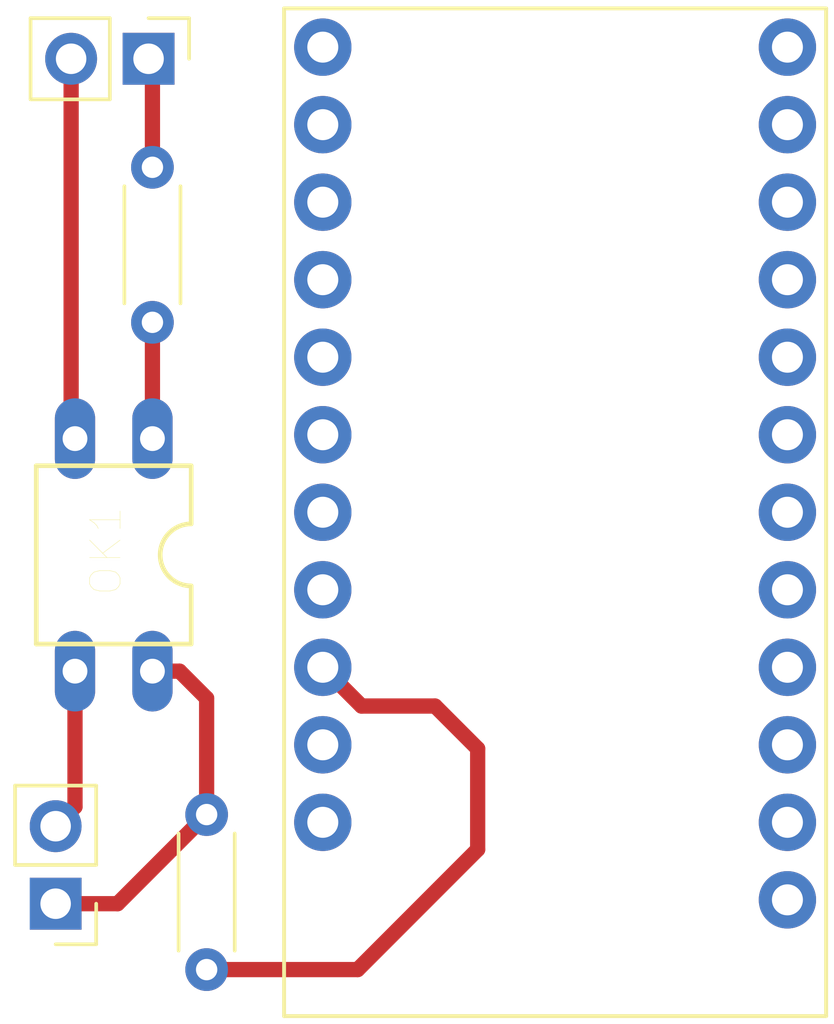
<source format=kicad_pcb>
(kicad_pcb (version 20171130) (host pcbnew "(5.1.9)-1")

  (general
    (thickness 1.6)
    (drawings 0)
    (tracks 18)
    (zones 0)
    (modules 6)
    (nets 39)
  )

  (page A4)
  (layers
    (0 F.Cu signal)
    (31 B.Cu signal)
    (32 B.Adhes user)
    (33 F.Adhes user hide)
    (34 B.Paste user)
    (35 F.Paste user)
    (36 B.SilkS user)
    (37 F.SilkS user)
    (38 B.Mask user)
    (39 F.Mask user hide)
    (40 Dwgs.User user)
    (41 Cmts.User user)
    (42 Eco1.User user)
    (43 Eco2.User user)
    (44 Edge.Cuts user)
    (45 Margin user)
    (46 B.CrtYd user)
    (47 F.CrtYd user)
    (48 B.Fab user)
    (49 F.Fab user hide)
  )

  (setup
    (last_trace_width 0.5)
    (user_trace_width 0.5)
    (trace_clearance 0.2)
    (zone_clearance 3)
    (zone_45_only no)
    (trace_min 0.2)
    (via_size 0.8)
    (via_drill 0.4)
    (via_min_size 0.4)
    (via_min_drill 0.3)
    (uvia_size 0.3)
    (uvia_drill 0.1)
    (uvias_allowed no)
    (uvia_min_size 0.2)
    (uvia_min_drill 0.1)
    (edge_width 0.05)
    (segment_width 0.2)
    (pcb_text_width 0.3)
    (pcb_text_size 1.5 1.5)
    (mod_edge_width 0.12)
    (mod_text_size 1 1)
    (mod_text_width 0.15)
    (pad_size 1.8796 1.8796)
    (pad_drill 0)
    (pad_to_mask_clearance 0)
    (aux_axis_origin 0 0)
    (visible_elements 7FFFEFFF)
    (pcbplotparams
      (layerselection 0x010fc_ffffffff)
      (usegerberextensions false)
      (usegerberattributes true)
      (usegerberadvancedattributes true)
      (creategerberjobfile true)
      (excludeedgelayer true)
      (linewidth 0.100000)
      (plotframeref false)
      (viasonmask false)
      (mode 1)
      (useauxorigin false)
      (hpglpennumber 1)
      (hpglpenspeed 20)
      (hpglpendiameter 15.000000)
      (psnegative false)
      (psa4output false)
      (plotreference true)
      (plotvalue true)
      (plotinvisibletext false)
      (padsonsilk false)
      (subtractmaskfromsilk false)
      (outputformat 1)
      (mirror false)
      (drillshape 1)
      (scaleselection 1)
      (outputdirectory ""))
  )

  (net 0 "")
  (net 1 "Net-(U1-PadJP7_12)")
  (net 2 "Net-(U1-PadJP7_11)")
  (net 3 "Net-(U1-PadJP7_10)")
  (net 4 "Net-(U1-PadJP7_8)")
  (net 5 "Net-(U1-PadJP7_7)")
  (net 6 "Net-(U1-PadJP7_6)")
  (net 7 "Net-(U1-PadJP6_8)")
  (net 8 "Net-(U1-PadJP6_7)")
  (net 9 "Net-(U1-PadJP6_6)")
  (net 10 "Net-(U1-PadJP6_5)")
  (net 11 "Net-(U1-PadJP6_3)")
  (net 12 "Net-(U1-PadJP6_2)")
  (net 13 "Net-(U1-PadJP6_1)")
  (net 14 "Net-(U1-PadJP3_1)")
  (net 15 "Net-(U1-PadJP3_2)")
  (net 16 "Net-(U1-PadJP2_2)")
  (net 17 "Net-(U1-PadJP2_1)")
  (net 18 "Net-(U1-PadJP1_5)")
  (net 19 "Net-(U1-PadJP1_3)")
  (net 20 "Net-(U1-PadJP1_2)")
  (net 21 "Net-(U1-PadJP1_1)")
  (net 22 "Net-(J1-Pad1)")
  (net 23 "Net-(J1-Pad2)")
  (net 24 /infoTIC_GND)
  (net 25 /infoTIC_TX)
  (net 26 "Net-(OK1-Pad1)")
  (net 27 +3V3)
  (net 28 GNDREF)
  (net 29 /RST)
  (net 30 /DIO2)
  (net 31 /DIO0)
  (net 32 /DIO1)
  (net 33 /SS)
  (net 34 /MOSI)
  (net 35 /MISO)
  (net 36 /SCK)
  (net 37 "Net-(U1-PadJP1_4)")
  (net 38 "Net-(U1-PadJP7_5)")

  (net_class Default "This is the default net class."
    (clearance 0.2)
    (trace_width 0.25)
    (via_dia 0.8)
    (via_drill 0.4)
    (uvia_dia 0.3)
    (uvia_drill 0.1)
    (add_net +3V3)
    (add_net /DIO0)
    (add_net /DIO1)
    (add_net /DIO2)
    (add_net /MISO)
    (add_net /MOSI)
    (add_net /RST)
    (add_net /SCK)
    (add_net /SS)
    (add_net /infoTIC_GND)
    (add_net /infoTIC_TX)
    (add_net GNDREF)
    (add_net "Net-(J1-Pad1)")
    (add_net "Net-(J1-Pad2)")
    (add_net "Net-(OK1-Pad1)")
    (add_net "Net-(U1-PadJP1_1)")
    (add_net "Net-(U1-PadJP1_2)")
    (add_net "Net-(U1-PadJP1_3)")
    (add_net "Net-(U1-PadJP1_4)")
    (add_net "Net-(U1-PadJP1_5)")
    (add_net "Net-(U1-PadJP2_1)")
    (add_net "Net-(U1-PadJP2_2)")
    (add_net "Net-(U1-PadJP3_1)")
    (add_net "Net-(U1-PadJP3_2)")
    (add_net "Net-(U1-PadJP6_1)")
    (add_net "Net-(U1-PadJP6_2)")
    (add_net "Net-(U1-PadJP6_3)")
    (add_net "Net-(U1-PadJP6_5)")
    (add_net "Net-(U1-PadJP6_6)")
    (add_net "Net-(U1-PadJP6_7)")
    (add_net "Net-(U1-PadJP6_8)")
    (add_net "Net-(U1-PadJP7_10)")
    (add_net "Net-(U1-PadJP7_11)")
    (add_net "Net-(U1-PadJP7_12)")
    (add_net "Net-(U1-PadJP7_5)")
    (add_net "Net-(U1-PadJP7_6)")
    (add_net "Net-(U1-PadJP7_7)")
    (add_net "Net-(U1-PadJP7_8)")
  )

  (module ARDUINO_PRO_MINI:MODULE_ARDUINO_PRO_MINI (layer F.Cu) (tedit 6023A6FC) (tstamp 6023573C)
    (at 152.781 91.948 180)
    (path /6024145F)
    (fp_text reference U1 (at -5.825 -17.635) (layer F.SilkS) hide
      (effects (font (size 1 1) (thickness 0.015)))
    )
    (fp_text value PRO_MINI (at 5.605 17.865) (layer F.Fab)
      (effects (font (size 1 1) (thickness 0.015)))
    )
    (fp_line (start -8.89 -16.51) (end -8.89 16.51) (layer F.SilkS) (width 0.127))
    (fp_line (start -8.89 16.51) (end 8.89 16.51) (layer F.SilkS) (width 0.127))
    (fp_line (start 8.89 16.51) (end 8.89 -16.51) (layer F.SilkS) (width 0.127))
    (fp_line (start 8.89 -16.51) (end -8.89 -16.51) (layer F.SilkS) (width 0.127))
    (fp_line (start -8.89 -16.51) (end -8.89 16.51) (layer F.Fab) (width 0.127))
    (fp_line (start -8.89 16.51) (end 8.89 16.51) (layer F.Fab) (width 0.127))
    (fp_line (start 8.89 16.51) (end 8.89 -16.51) (layer F.Fab) (width 0.127))
    (fp_line (start 8.89 -16.51) (end -8.89 -16.51) (layer F.Fab) (width 0.127))
    (fp_line (start -9.14 -16.76) (end 9.14 -16.76) (layer F.CrtYd) (width 0.05))
    (fp_line (start 9.14 -16.76) (end 9.14 16.76) (layer F.CrtYd) (width 0.05))
    (fp_line (start 9.14 16.76) (end -9.14 16.76) (layer F.CrtYd) (width 0.05))
    (fp_line (start -9.14 16.76) (end -9.14 -16.76) (layer F.CrtYd) (width 0.05))
    (pad JP1_1 connect circle (at 6.35 -15.24 180) (size 1.8796 1.8796) (layers F.Mask)
      (net 21 "Net-(U1-PadJP1_1)"))
    (pad JP1_2 connect circle (at 3.81 -15.24 180) (size 1.8796 1.8796) (layers F.Mask)
      (net 20 "Net-(U1-PadJP1_2)"))
    (pad JP1_3 connect circle (at 1.27 -15.24 180) (size 1.8796 1.8796) (layers F.Mask)
      (net 19 "Net-(U1-PadJP1_3)"))
    (pad JP1_4 connect circle (at -1.27 -15.24 180) (size 1.8796 1.8796) (layers F.Mask)
      (net 37 "Net-(U1-PadJP1_4)"))
    (pad JP1_5 connect circle (at -3.81 -15.24 180) (size 1.8796 1.8796) (layers F.Mask)
      (net 18 "Net-(U1-PadJP1_5)"))
    (pad JP1_6 connect circle (at -6.35 -15.24 180) (size 1.8796 1.8796) (layers F.Mask)
      (net 18 "Net-(U1-PadJP1_5)"))
    (pad JP2_1 connect circle (at 4.699 -1.397 180) (size 1.8796 1.8796) (layers F.Mask)
      (net 17 "Net-(U1-PadJP2_1)"))
    (pad JP2_2 connect circle (at 4.699 -3.937 180) (size 1.8796 1.8796) (layers F.Mask)
      (net 16 "Net-(U1-PadJP2_2)"))
    (pad JP3_2 connect circle (at 4.699 6.477 180) (size 1.8796 1.8796) (layers F.Mask)
      (net 15 "Net-(U1-PadJP3_2)"))
    (pad JP3_1 connect circle (at 4.699 -9.017 180) (size 1.8796 1.8796) (layers F.Mask)
      (net 14 "Net-(U1-PadJP3_1)"))
    (pad JP6_1 connect circle (at 7.62 -12.7 180) (size 1.8796 1.8796) (layers F.Mask)
      (net 13 "Net-(U1-PadJP6_1)"))
    (pad JP6_2 thru_hole circle (at 7.62 -10.16 180) (size 1.8796 1.8796) (drill 1.016) (layers *.Cu *.Mask)
      (net 12 "Net-(U1-PadJP6_2)"))
    (pad JP6_3 thru_hole circle (at 7.62 -7.62 180) (size 1.8796 1.8796) (drill 1.016) (layers *.Cu *.Mask)
      (net 11 "Net-(U1-PadJP6_3)"))
    (pad JP6_4 thru_hole circle (at 7.62 -5.08 180) (size 1.8796 1.8796) (drill 1.016) (layers *.Cu *.Mask)
      (net 27 +3V3))
    (pad JP6_5 thru_hole circle (at 7.62 -2.54 180) (size 1.8796 1.8796) (drill 1.016) (layers *.Cu *.Mask)
      (net 10 "Net-(U1-PadJP6_5)"))
    (pad JP6_6 thru_hole circle (at 7.62 0 180) (size 1.8796 1.8796) (drill 1.016) (layers *.Cu *.Mask)
      (net 9 "Net-(U1-PadJP6_6)"))
    (pad JP6_7 thru_hole circle (at 7.62 2.54 180) (size 1.8796 1.8796) (drill 1.016) (layers *.Cu *.Mask)
      (net 8 "Net-(U1-PadJP6_7)"))
    (pad JP6_8 thru_hole circle (at 7.62 5.08 180) (size 1.8796 1.8796) (drill 1.016) (layers *.Cu *.Mask)
      (net 7 "Net-(U1-PadJP6_8)"))
    (pad JP6_9 thru_hole circle (at 7.62 7.62 180) (size 1.8796 1.8796) (drill 1.016) (layers *.Cu *.Mask)
      (net 36 /SCK))
    (pad JP6_10 thru_hole circle (at 7.62 10.16 180) (size 1.8796 1.8796) (drill 1.016) (layers *.Cu *.Mask)
      (net 35 /MISO))
    (pad JP6_11 thru_hole circle (at 7.62 12.7 180) (size 1.8796 1.8796) (drill 1.016) (layers *.Cu *.Mask)
      (net 34 /MOSI))
    (pad JP6_12 thru_hole circle (at 7.62 15.24 180) (size 1.8796 1.8796) (drill 1.016) (layers *.Cu *.Mask)
      (net 33 /SS))
    (pad JP7_1 thru_hole circle (at -7.62 15.24 180) (size 1.8796 1.8796) (drill 1.016) (layers *.Cu *.Mask)
      (net 30 /DIO2))
    (pad JP7_2 thru_hole circle (at -7.62 12.7 180) (size 1.8796 1.8796) (drill 1.016) (layers *.Cu *.Mask)
      (net 32 /DIO1))
    (pad JP7_3 thru_hole circle (at -7.62 10.16 180) (size 1.8796 1.8796) (drill 1.016) (layers *.Cu *.Mask)
      (net 31 /DIO0))
    (pad JP7_4 thru_hole circle (at -7.62 7.62 180) (size 1.8796 1.8796) (drill 1.016) (layers *.Cu *.Mask)
      (net 29 /RST))
    (pad JP7_5 thru_hole circle (at -7.62 5.08 180) (size 1.8796 1.8796) (drill 1.016) (layers *.Cu *.Mask)
      (net 38 "Net-(U1-PadJP7_5)"))
    (pad JP7_6 thru_hole circle (at -7.62 2.54 180) (size 1.8796 1.8796) (drill 1.016) (layers *.Cu *.Mask)
      (net 6 "Net-(U1-PadJP7_6)"))
    (pad JP7_7 thru_hole circle (at -7.62 0 180) (size 1.8796 1.8796) (drill 1.016) (layers *.Cu *.Mask)
      (net 5 "Net-(U1-PadJP7_7)"))
    (pad JP7_8 thru_hole circle (at -7.62 -2.54 180) (size 1.8796 1.8796) (drill 1.016) (layers *.Cu *.Mask)
      (net 4 "Net-(U1-PadJP7_8)"))
    (pad JP7_9 thru_hole circle (at -7.62 -5.08 180) (size 1.8796 1.8796) (drill 1.016) (layers *.Cu *.Mask)
      (net 28 GNDREF))
    (pad JP7_10 thru_hole circle (at -7.62 -7.62 180) (size 1.8796 1.8796) (drill 1.016) (layers *.Cu *.Mask)
      (net 3 "Net-(U1-PadJP7_10)"))
    (pad JP7_11 thru_hole circle (at -7.62 -10.16 180) (size 1.8796 1.8796) (drill 1.016) (layers *.Cu *.Mask)
      (net 2 "Net-(U1-PadJP7_11)"))
    (pad JP7_12 thru_hole circle (at -7.62 -12.7 180) (size 1.8796 1.8796) (drill 1.016) (layers *.Cu *.Mask)
      (net 1 "Net-(U1-PadJP7_12)"))
  )

  (module Connector_PinHeader_2.54mm:PinHeader_1x02_P2.54mm_Vertical (layer F.Cu) (tedit 59FED5CC) (tstamp 6022FFFD)
    (at 139.446 77.089 270)
    (descr "Through hole straight pin header, 1x02, 2.54mm pitch, single row")
    (tags "Through hole pin header THT 1x02 2.54mm single row")
    (path /6023383F)
    (fp_text reference J1 (at 0 -2.33 90) (layer F.SilkS) hide
      (effects (font (size 1 1) (thickness 0.15)))
    )
    (fp_text value " " (at 0 4.87 90) (layer F.Fab)
      (effects (font (size 1 1) (thickness 0.15)))
    )
    (fp_line (start 1.8 -1.8) (end -1.8 -1.8) (layer F.CrtYd) (width 0.05))
    (fp_line (start 1.8 4.35) (end 1.8 -1.8) (layer F.CrtYd) (width 0.05))
    (fp_line (start -1.8 4.35) (end 1.8 4.35) (layer F.CrtYd) (width 0.05))
    (fp_line (start -1.8 -1.8) (end -1.8 4.35) (layer F.CrtYd) (width 0.05))
    (fp_line (start -1.33 -1.33) (end 0 -1.33) (layer F.SilkS) (width 0.12))
    (fp_line (start -1.33 0) (end -1.33 -1.33) (layer F.SilkS) (width 0.12))
    (fp_line (start -1.33 1.27) (end 1.33 1.27) (layer F.SilkS) (width 0.12))
    (fp_line (start 1.33 1.27) (end 1.33 3.87) (layer F.SilkS) (width 0.12))
    (fp_line (start -1.33 1.27) (end -1.33 3.87) (layer F.SilkS) (width 0.12))
    (fp_line (start -1.33 3.87) (end 1.33 3.87) (layer F.SilkS) (width 0.12))
    (fp_line (start -1.27 -0.635) (end -0.635 -1.27) (layer F.Fab) (width 0.1))
    (fp_line (start -1.27 3.81) (end -1.27 -0.635) (layer F.Fab) (width 0.1))
    (fp_line (start 1.27 3.81) (end -1.27 3.81) (layer F.Fab) (width 0.1))
    (fp_line (start 1.27 -1.27) (end 1.27 3.81) (layer F.Fab) (width 0.1))
    (fp_line (start -0.635 -1.27) (end 1.27 -1.27) (layer F.Fab) (width 0.1))
    (fp_text user %R (at 0 1.27) (layer F.Fab)
      (effects (font (size 1 1) (thickness 0.15)))
    )
    (pad 1 thru_hole rect (at 0 0 270) (size 1.7 1.7) (drill 1) (layers *.Cu *.Mask)
      (net 22 "Net-(J1-Pad1)"))
    (pad 2 thru_hole oval (at 0 2.54 270) (size 1.7 1.7) (drill 1) (layers *.Cu *.Mask)
      (net 23 "Net-(J1-Pad2)"))
    (model ${KISYS3DMOD}/Connector_PinHeader_2.54mm.3dshapes/PinHeader_1x02_P2.54mm_Vertical.wrl
      (at (xyz 0 0 0))
      (scale (xyz 1 1 1))
      (rotate (xyz 0 0 0))
    )
  )

  (module Connector_PinHeader_2.54mm:PinHeader_1x02_P2.54mm_Vertical (layer F.Cu) (tedit 59FED5CC) (tstamp 60230D0B)
    (at 136.398 104.775 180)
    (descr "Through hole straight pin header, 1x02, 2.54mm pitch, single row")
    (tags "Through hole pin header THT 1x02 2.54mm single row")
    (path /6023D362)
    (fp_text reference J2 (at 0 -2.33) (layer F.SilkS) hide
      (effects (font (size 1 1) (thickness 0.15)))
    )
    (fp_text value " " (at 0 4.87) (layer F.Fab)
      (effects (font (size 1 1) (thickness 0.15)))
    )
    (fp_line (start -0.635 -1.27) (end 1.27 -1.27) (layer F.Fab) (width 0.1))
    (fp_line (start 1.27 -1.27) (end 1.27 3.81) (layer F.Fab) (width 0.1))
    (fp_line (start 1.27 3.81) (end -1.27 3.81) (layer F.Fab) (width 0.1))
    (fp_line (start -1.27 3.81) (end -1.27 -0.635) (layer F.Fab) (width 0.1))
    (fp_line (start -1.27 -0.635) (end -0.635 -1.27) (layer F.Fab) (width 0.1))
    (fp_line (start -1.33 3.87) (end 1.33 3.87) (layer F.SilkS) (width 0.12))
    (fp_line (start -1.33 1.27) (end -1.33 3.87) (layer F.SilkS) (width 0.12))
    (fp_line (start 1.33 1.27) (end 1.33 3.87) (layer F.SilkS) (width 0.12))
    (fp_line (start -1.33 1.27) (end 1.33 1.27) (layer F.SilkS) (width 0.12))
    (fp_line (start -1.33 0) (end -1.33 -1.33) (layer F.SilkS) (width 0.12))
    (fp_line (start -1.33 -1.33) (end 0 -1.33) (layer F.SilkS) (width 0.12))
    (fp_line (start -1.8 -1.8) (end -1.8 4.35) (layer F.CrtYd) (width 0.05))
    (fp_line (start -1.8 4.35) (end 1.8 4.35) (layer F.CrtYd) (width 0.05))
    (fp_line (start 1.8 4.35) (end 1.8 -1.8) (layer F.CrtYd) (width 0.05))
    (fp_line (start 1.8 -1.8) (end -1.8 -1.8) (layer F.CrtYd) (width 0.05))
    (fp_text user %R (at 0 1.27 90) (layer F.Fab)
      (effects (font (size 1 1) (thickness 0.15)))
    )
    (pad 2 thru_hole oval (at 0 2.54 180) (size 1.7 1.7) (drill 1) (layers *.Cu *.Mask)
      (net 24 /infoTIC_GND))
    (pad 1 thru_hole rect (at 0 0 180) (size 1.7 1.7) (drill 1) (layers *.Cu *.Mask)
      (net 25 /infoTIC_TX))
    (model ${KISYS3DMOD}/Connector_PinHeader_2.54mm.3dshapes/PinHeader_1x02_P2.54mm_Vertical.wrl
      (at (xyz 0 0 0))
      (scale (xyz 1 1 1))
      (rotate (xyz 0 0 0))
    )
  )

  (module PC814:DIL04 (layer F.Cu) (tedit 60227CC4) (tstamp 60230021)
    (at 138.303 93.345 180)
    (descr "<b>Dual In Line Package</b>")
    (path /602580C8)
    (fp_text reference OK1 (at 0.254 0.127 90) (layer F.SilkS)
      (effects (font (size 1.000126 1.000126) (thickness 0.015)))
    )
    (fp_text value PC814 (at 0 -0.127 90) (layer F.Fab)
      (effects (font (size 1.00111 1.00111) (thickness 0.015)))
    )
    (fp_line (start -2.54 2.921) (end -2.54 1.016) (layer F.SilkS) (width 0.1524))
    (fp_line (start -2.54 -2.921) (end -2.54 -1.016) (layer F.SilkS) (width 0.1524))
    (fp_line (start 2.54 -2.921) (end 2.54 2.921) (layer F.SilkS) (width 0.1524))
    (fp_line (start -2.54 2.921) (end 2.54 2.921) (layer F.SilkS) (width 0.1524))
    (fp_line (start 2.54 -2.921) (end -2.54 -2.921) (layer F.SilkS) (width 0.1524))
    (fp_arc (start -2.54 0) (end -2.54 1.016) (angle -180) (layer F.SilkS) (width 0.1524))
    (pad 1 thru_hole oval (at -1.27 3.81 180) (size 1.3208 2.6416) (drill 0.8128) (layers *.Cu *.Mask)
      (net 26 "Net-(OK1-Pad1)"))
    (pad 2 thru_hole oval (at 1.27 3.81 180) (size 1.3208 2.6416) (drill 0.8128) (layers *.Cu *.Mask)
      (net 23 "Net-(J1-Pad2)"))
    (pad 3 thru_hole oval (at 1.27 -3.81 180) (size 1.3208 2.6416) (drill 0.8128) (layers *.Cu *.Mask)
      (net 24 /infoTIC_GND))
    (pad 4 thru_hole oval (at -1.27 -3.81 180) (size 1.3208 2.6416) (drill 0.8128) (layers *.Cu *.Mask)
      (net 25 /infoTIC_TX))
  )

  (module Resistor_THT:R_Axial_DIN0204_L3.6mm_D1.6mm_P5.08mm_Horizontal (layer F.Cu) (tedit 5AE5139B) (tstamp 60232196)
    (at 139.573 85.725 90)
    (descr "Resistor, Axial_DIN0204 series, Axial, Horizontal, pin pitch=5.08mm, 0.167W, length*diameter=3.6*1.6mm^2, http://cdn-reichelt.de/documents/datenblatt/B400/1_4W%23YAG.pdf")
    (tags "Resistor Axial_DIN0204 series Axial Horizontal pin pitch 5.08mm 0.167W length 3.6mm diameter 1.6mm")
    (path /6022FEC0)
    (fp_text reference R1 (at 2.54 -1.92 90) (layer F.SilkS) hide
      (effects (font (size 1 1) (thickness 0.15)))
    )
    (fp_text value 1.2K (at 2.286 -2.921 90) (layer F.Fab)
      (effects (font (size 1 1) (thickness 0.15)))
    )
    (fp_line (start 0.74 -0.8) (end 0.74 0.8) (layer F.Fab) (width 0.1))
    (fp_line (start 0.74 0.8) (end 4.34 0.8) (layer F.Fab) (width 0.1))
    (fp_line (start 4.34 0.8) (end 4.34 -0.8) (layer F.Fab) (width 0.1))
    (fp_line (start 4.34 -0.8) (end 0.74 -0.8) (layer F.Fab) (width 0.1))
    (fp_line (start 0 0) (end 0.74 0) (layer F.Fab) (width 0.1))
    (fp_line (start 5.08 0) (end 4.34 0) (layer F.Fab) (width 0.1))
    (fp_line (start 0.62 -0.92) (end 4.46 -0.92) (layer F.SilkS) (width 0.12))
    (fp_line (start 0.62 0.92) (end 4.46 0.92) (layer F.SilkS) (width 0.12))
    (fp_line (start -0.95 -1.05) (end -0.95 1.05) (layer F.CrtYd) (width 0.05))
    (fp_line (start -0.95 1.05) (end 6.03 1.05) (layer F.CrtYd) (width 0.05))
    (fp_line (start 6.03 1.05) (end 6.03 -1.05) (layer F.CrtYd) (width 0.05))
    (fp_line (start 6.03 -1.05) (end -0.95 -1.05) (layer F.CrtYd) (width 0.05))
    (fp_text user %R (at 2.54 0 90) (layer F.Fab)
      (effects (font (size 0.72 0.72) (thickness 0.108)))
    )
    (pad 2 thru_hole oval (at 5.08 0 90) (size 1.4 1.4) (drill 0.7) (layers *.Cu *.Mask)
      (net 22 "Net-(J1-Pad1)"))
    (pad 1 thru_hole circle (at 0 0 90) (size 1.4 1.4) (drill 0.7) (layers *.Cu *.Mask)
      (net 26 "Net-(OK1-Pad1)"))
    (model ${KISYS3DMOD}/Resistor_THT.3dshapes/R_Axial_DIN0204_L3.6mm_D1.6mm_P5.08mm_Horizontal.wrl
      (at (xyz 0 0 0))
      (scale (xyz 1 1 1))
      (rotate (xyz 0 0 0))
    )
  )

  (module Resistor_THT:R_Axial_DIN0204_L3.6mm_D1.6mm_P5.08mm_Horizontal (layer F.Cu) (tedit 5AE5139B) (tstamp 60240AA0)
    (at 141.351 106.934 90)
    (descr "Resistor, Axial_DIN0204 series, Axial, Horizontal, pin pitch=5.08mm, 0.167W, length*diameter=3.6*1.6mm^2, http://cdn-reichelt.de/documents/datenblatt/B400/1_4W%23YAG.pdf")
    (tags "Resistor Axial_DIN0204 series Axial Horizontal pin pitch 5.08mm 0.167W length 3.6mm diameter 1.6mm")
    (path /60270919)
    (fp_text reference R3 (at 2.54 -0.127 90) (layer F.SilkS) hide
      (effects (font (size 1 1) (thickness 0.15)))
    )
    (fp_text value 3.3K (at 2.54 1.92 90) (layer F.Fab)
      (effects (font (size 1 1) (thickness 0.15)))
    )
    (fp_line (start 6.03 -1.05) (end -0.95 -1.05) (layer F.CrtYd) (width 0.05))
    (fp_line (start 6.03 1.05) (end 6.03 -1.05) (layer F.CrtYd) (width 0.05))
    (fp_line (start -0.95 1.05) (end 6.03 1.05) (layer F.CrtYd) (width 0.05))
    (fp_line (start -0.95 -1.05) (end -0.95 1.05) (layer F.CrtYd) (width 0.05))
    (fp_line (start 0.62 0.92) (end 4.46 0.92) (layer F.SilkS) (width 0.12))
    (fp_line (start 0.62 -0.92) (end 4.46 -0.92) (layer F.SilkS) (width 0.12))
    (fp_line (start 5.08 0) (end 4.34 0) (layer F.Fab) (width 0.1))
    (fp_line (start 0 0) (end 0.74 0) (layer F.Fab) (width 0.1))
    (fp_line (start 4.34 -0.8) (end 0.74 -0.8) (layer F.Fab) (width 0.1))
    (fp_line (start 4.34 0.8) (end 4.34 -0.8) (layer F.Fab) (width 0.1))
    (fp_line (start 0.74 0.8) (end 4.34 0.8) (layer F.Fab) (width 0.1))
    (fp_line (start 0.74 -0.8) (end 0.74 0.8) (layer F.Fab) (width 0.1))
    (fp_text user %R (at 2.54 0 90) (layer F.Fab)
      (effects (font (size 0.72 0.72) (thickness 0.108)))
    )
    (pad 1 thru_hole circle (at 0 0 90) (size 1.4 1.4) (drill 0.7) (layers *.Cu *.Mask)
      (net 27 +3V3))
    (pad 2 thru_hole oval (at 5.08 0 90) (size 1.4 1.4) (drill 0.7) (layers *.Cu *.Mask)
      (net 25 /infoTIC_TX))
    (model ${KISYS3DMOD}/Resistor_THT.3dshapes/R_Axial_DIN0204_L3.6mm_D1.6mm_P5.08mm_Horizontal.wrl
      (at (xyz 0 0 0))
      (scale (xyz 1 1 1))
      (rotate (xyz 0 0 0))
    )
  )

  (segment (start 139.573 77.216) (end 139.446 77.089) (width 0.5) (layer F.Cu) (net 22))
  (segment (start 139.573 80.645) (end 139.573 77.216) (width 0.5) (layer F.Cu) (net 22))
  (segment (start 136.906 89.408) (end 137.033 89.535) (width 0.5) (layer F.Cu) (net 23))
  (segment (start 136.906 77.089) (end 136.906 89.408) (width 0.5) (layer F.Cu) (net 23))
  (segment (start 137.033 101.6) (end 136.398 102.235) (width 0.5) (layer F.Cu) (net 24))
  (segment (start 137.033 97.155) (end 137.033 101.6) (width 0.5) (layer F.Cu) (net 24))
  (segment (start 139.573 97.155) (end 140.462 97.155) (width 0.5) (layer F.Cu) (net 25))
  (segment (start 141.351 98.044) (end 141.351 101.854) (width 0.5) (layer F.Cu) (net 25))
  (segment (start 140.462 97.155) (end 141.351 98.044) (width 0.5) (layer F.Cu) (net 25))
  (segment (start 138.43 104.775) (end 136.398 104.775) (width 0.5) (layer F.Cu) (net 25))
  (segment (start 141.351 101.854) (end 138.43 104.775) (width 0.5) (layer F.Cu) (net 25))
  (segment (start 139.573 89.535) (end 139.573 85.725) (width 0.5) (layer F.Cu) (net 26))
  (segment (start 150.241 102.997) (end 146.304 106.934) (width 0.5) (layer F.Cu) (net 27))
  (segment (start 146.304 106.934) (end 141.351 106.934) (width 0.5) (layer F.Cu) (net 27))
  (segment (start 150.241 99.695) (end 150.241 102.997) (width 0.5) (layer F.Cu) (net 27))
  (segment (start 148.844 98.298) (end 150.241 99.695) (width 0.5) (layer F.Cu) (net 27))
  (segment (start 146.431 98.298) (end 148.844 98.298) (width 0.5) (layer F.Cu) (net 27))
  (segment (start 145.161 97.028) (end 146.431 98.298) (width 0.5) (layer F.Cu) (net 27))

)

</source>
